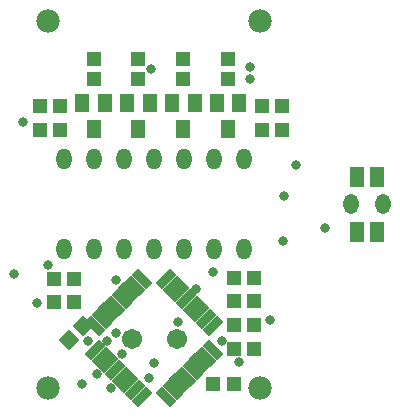
<source format=gts>
G04 Layer_Color=8388736*
%FSAX44Y44*%
%MOMM*%
G71*
G01*
G75*
%ADD28R,1.2032X1.7032*%
G04:AMPARAMS|DCode=29|XSize=1.2032mm|YSize=1.3032mm|CornerRadius=0mm|HoleSize=0mm|Usage=FLASHONLY|Rotation=225.000|XOffset=0mm|YOffset=0mm|HoleType=Round|Shape=Rectangle|*
%AMROTATEDRECTD29*
4,1,4,-0.0354,0.8861,0.8861,-0.0354,0.0354,-0.8861,-0.8861,0.0354,-0.0354,0.8861,0.0*
%
%ADD29ROTATEDRECTD29*%

%ADD30R,1.2032X1.6032*%
%ADD31R,1.3032X1.2032*%
%ADD32R,1.2032X1.3032*%
G04:AMPARAMS|DCode=33|XSize=0.7532mm|YSize=1.7032mm|CornerRadius=0mm|HoleSize=0mm|Usage=FLASHONLY|Rotation=45.000|XOffset=0mm|YOffset=0mm|HoleType=Round|Shape=Rectangle|*
%AMROTATEDRECTD33*
4,1,4,0.3359,-0.8685,-0.8685,0.3359,-0.3359,0.8685,0.8685,-0.3359,0.3359,-0.8685,0.0*
%
%ADD33ROTATEDRECTD33*%

G04:AMPARAMS|DCode=34|XSize=0.7532mm|YSize=1.7032mm|CornerRadius=0mm|HoleSize=0mm|Usage=FLASHONLY|Rotation=315.000|XOffset=0mm|YOffset=0mm|HoleType=Round|Shape=Rectangle|*
%AMROTATEDRECTD34*
4,1,4,-0.8685,-0.3359,0.3359,0.8685,0.8685,0.3359,-0.3359,-0.8685,-0.8685,-0.3359,0.0*
%
%ADD34ROTATEDRECTD34*%

%ADD35O,1.3032X1.7032*%
%ADD36C,1.9812*%
%ADD37C,1.7032*%
%ADD38O,1.3032X1.8032*%
%ADD39C,0.8382*%
D28*
X00779750Y00960000D02*
D03*
X00796750D02*
D03*
Y00914000D02*
D03*
X00779750Y00914000D02*
D03*
D29*
X00548010Y00834011D02*
D03*
X00535990Y00821990D02*
D03*
D30*
X00557000Y01001000D02*
D03*
X00547500Y01023001D02*
D03*
X00566500D02*
D03*
X00671000Y01001000D02*
D03*
X00661500Y01023001D02*
D03*
X00680500D02*
D03*
X00633000Y01001000D02*
D03*
X00623500Y01023001D02*
D03*
X00642500D02*
D03*
X00595000Y01001000D02*
D03*
X00585500Y01023001D02*
D03*
X00604500D02*
D03*
D31*
X00557000Y01060500D02*
D03*
Y01043501D02*
D03*
X00671000Y01060500D02*
D03*
Y01043501D02*
D03*
X00633000Y01060500D02*
D03*
Y01043501D02*
D03*
X00595000Y01060500D02*
D03*
Y01043501D02*
D03*
D32*
X00675500Y00815001D02*
D03*
X00692500D02*
D03*
X00540500Y00854000D02*
D03*
X00523500D02*
D03*
X00511500Y01020001D02*
D03*
X00528500D02*
D03*
X00716500D02*
D03*
X00699500D02*
D03*
X00675500Y00855001D02*
D03*
X00692500D02*
D03*
X00540500Y00874000D02*
D03*
X00523500D02*
D03*
X00675500Y00875001D02*
D03*
X00692500D02*
D03*
X00511500Y01000001D02*
D03*
X00528500D02*
D03*
X00716500D02*
D03*
X00699500D02*
D03*
X00675500Y00835001D02*
D03*
X00692500D02*
D03*
X00658500Y00785001D02*
D03*
X00675500D02*
D03*
D33*
X00597747Y00873851D02*
D03*
X00592090Y00868195D02*
D03*
X00586433Y00862538D02*
D03*
X00580776Y00856881D02*
D03*
X00575120Y00851224D02*
D03*
X00569462Y00845567D02*
D03*
X00563806Y00839910D02*
D03*
X00558149Y00834253D02*
D03*
X00618253Y00774149D02*
D03*
X00623910Y00779806D02*
D03*
X00629566Y00785463D02*
D03*
X00635224Y00791120D02*
D03*
X00640881Y00796776D02*
D03*
X00646537Y00802434D02*
D03*
X00652194Y00808091D02*
D03*
X00657851Y00813747D02*
D03*
D34*
X00558149D02*
D03*
X00563806Y00808091D02*
D03*
X00569462Y00802434D02*
D03*
X00575120Y00796777D02*
D03*
X00580776Y00791120D02*
D03*
X00586433Y00785463D02*
D03*
X00592090Y00779806D02*
D03*
X00597747Y00774149D02*
D03*
X00657851Y00834253D02*
D03*
X00652194Y00839911D02*
D03*
X00646537Y00845567D02*
D03*
X00640881Y00851224D02*
D03*
X00635224Y00856881D02*
D03*
X00629566Y00862538D02*
D03*
X00623910Y00868195D02*
D03*
X00618253Y00873851D02*
D03*
D35*
X00801750Y00937000D02*
D03*
X00774750D02*
D03*
D36*
X00698000Y01092000D02*
D03*
X00518000D02*
D03*
Y00782000D02*
D03*
X00698000D02*
D03*
D37*
X00589280Y00822960D02*
D03*
X00627379D02*
D03*
D38*
X00684200Y00975100D02*
D03*
X00658800D02*
D03*
X00633400D02*
D03*
X00608000D02*
D03*
X00582600D02*
D03*
X00557200D02*
D03*
X00531800D02*
D03*
X00684200Y00898900D02*
D03*
X00658800D02*
D03*
X00633400D02*
D03*
X00608000D02*
D03*
X00582600D02*
D03*
X00557200D02*
D03*
X00531800D02*
D03*
D39*
X00643382Y00865378D02*
D03*
X00575818Y00827898D02*
D03*
X00551942Y00821690D02*
D03*
X00568452Y00821469D02*
D03*
X00508762Y00853440D02*
D03*
X00559816Y00793242D02*
D03*
X00706120Y00838962D02*
D03*
X00603504Y00790448D02*
D03*
X00572008Y00781558D02*
D03*
X00580898Y00810514D02*
D03*
X00518160Y00885698D02*
D03*
X00628269Y00837565D02*
D03*
X00657860Y00879856D02*
D03*
X00753000Y00917000D02*
D03*
X00665383Y00821000D02*
D03*
X00608000Y00803000D02*
D03*
X00576000Y00873000D02*
D03*
X00689000Y01053000D02*
D03*
X00606000Y01052000D02*
D03*
X00728000Y00970000D02*
D03*
X00718000Y00944000D02*
D03*
X00547000Y00785000D02*
D03*
X00717000Y00906000D02*
D03*
X00680000Y00804000D02*
D03*
X00497000Y01007000D02*
D03*
X00490000Y00878000D02*
D03*
X00689000Y01043000D02*
D03*
M02*

</source>
